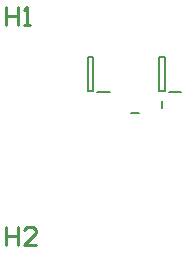
<source format=gto>
G04*
G04 #@! TF.GenerationSoftware,Altium Limited,Altium Designer,20.0.2 (26)*
G04*
G04 Layer_Color=65535*
%FSLAX25Y25*%
%MOIN*%
G70*
G01*
G75*
%ADD10C,0.00787*%
%ADD11C,0.01000*%
D10*
X37898Y43547D02*
Y46106D01*
X27492Y41917D02*
X30051D01*
X13158Y49197D02*
X14929D01*
X13158D02*
Y60614D01*
X14929D01*
Y49197D02*
Y60614D01*
X16307Y49000D02*
X20441D01*
X37012Y49197D02*
X38783D01*
X37012D02*
Y60614D01*
X38783D01*
Y49197D02*
Y60614D01*
X40161Y49000D02*
X44295D01*
D11*
X-14134Y77219D02*
Y71220D01*
Y74220D01*
X-10135D01*
Y77219D01*
Y71220D01*
X-8136D02*
X-6136D01*
X-7136D01*
Y77219D01*
X-8136Y76219D01*
X-14134Y3872D02*
Y-2126D01*
Y873D01*
X-10135D01*
Y3872D01*
Y-2126D01*
X-4137D02*
X-8136D01*
X-4137Y1873D01*
Y2872D01*
X-5137Y3872D01*
X-7136D01*
X-8136Y2872D01*
M02*

</source>
